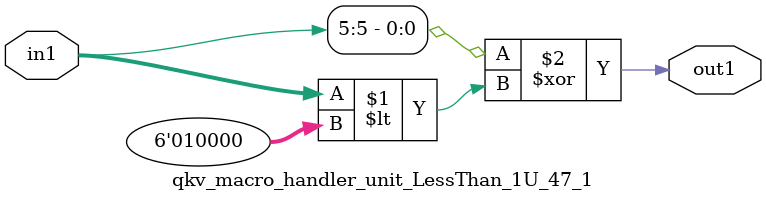
<source format=v>

`timescale 1ps / 1ps


module qkv_macro_handler_unit_LessThan_1U_47_1( in1, out1 );

    input [5:0] in1;
    output out1;

    
    // rtl_process:qkv_macro_handler_unit_LessThan_1U_47_1/qkv_macro_handler_unit_LessThan_1U_47_1_thread_1
    assign out1 = (in1[5] ^ in1 < 6'd16);

endmodule



</source>
